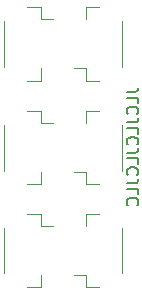
<source format=gbr>
%TF.GenerationSoftware,KiCad,Pcbnew,(5.1.9-0-10_14)*%
%TF.CreationDate,2022-01-13T23:21:40+01:00*%
%TF.ProjectId,tinypico_shield,74696e79-7069-4636-9f5f-736869656c64,rev?*%
%TF.SameCoordinates,Original*%
%TF.FileFunction,Legend,Bot*%
%TF.FilePolarity,Positive*%
%FSLAX46Y46*%
G04 Gerber Fmt 4.6, Leading zero omitted, Abs format (unit mm)*
G04 Created by KiCad (PCBNEW (5.1.9-0-10_14)) date 2022-01-13 23:21:40*
%MOMM*%
%LPD*%
G01*
G04 APERTURE LIST*
%ADD10C,0.150000*%
%ADD11C,0.120000*%
G04 APERTURE END LIST*
D10*
X14352380Y-14580952D02*
X15066666Y-14580952D01*
X15209523Y-14533333D01*
X15304761Y-14438095D01*
X15352380Y-14295238D01*
X15352380Y-14200000D01*
X15352380Y-15533333D02*
X15352380Y-15057142D01*
X14352380Y-15057142D01*
X15257142Y-16438095D02*
X15304761Y-16390476D01*
X15352380Y-16247619D01*
X15352380Y-16152380D01*
X15304761Y-16009523D01*
X15209523Y-15914285D01*
X15114285Y-15866666D01*
X14923809Y-15819047D01*
X14780952Y-15819047D01*
X14590476Y-15866666D01*
X14495238Y-15914285D01*
X14400000Y-16009523D01*
X14352380Y-16152380D01*
X14352380Y-16247619D01*
X14400000Y-16390476D01*
X14447619Y-16438095D01*
X14352380Y-17152380D02*
X15066666Y-17152380D01*
X15209523Y-17104761D01*
X15304761Y-17009523D01*
X15352380Y-16866666D01*
X15352380Y-16771428D01*
X15352380Y-18104761D02*
X15352380Y-17628571D01*
X14352380Y-17628571D01*
X15257142Y-19009523D02*
X15304761Y-18961904D01*
X15352380Y-18819047D01*
X15352380Y-18723809D01*
X15304761Y-18580952D01*
X15209523Y-18485714D01*
X15114285Y-18438095D01*
X14923809Y-18390476D01*
X14780952Y-18390476D01*
X14590476Y-18438095D01*
X14495238Y-18485714D01*
X14400000Y-18580952D01*
X14352380Y-18723809D01*
X14352380Y-18819047D01*
X14400000Y-18961904D01*
X14447619Y-19009523D01*
X14352380Y-19723809D02*
X15066666Y-19723809D01*
X15209523Y-19676190D01*
X15304761Y-19580952D01*
X15352380Y-19438095D01*
X15352380Y-19342857D01*
X15352380Y-20676190D02*
X15352380Y-20200000D01*
X14352380Y-20200000D01*
X15257142Y-21580952D02*
X15304761Y-21533333D01*
X15352380Y-21390476D01*
X15352380Y-21295238D01*
X15304761Y-21152380D01*
X15209523Y-21057142D01*
X15114285Y-21009523D01*
X14923809Y-20961904D01*
X14780952Y-20961904D01*
X14590476Y-21009523D01*
X14495238Y-21057142D01*
X14400000Y-21152380D01*
X14352380Y-21295238D01*
X14352380Y-21390476D01*
X14400000Y-21533333D01*
X14447619Y-21580952D01*
X14352380Y-22295238D02*
X15066666Y-22295238D01*
X15209523Y-22247619D01*
X15304761Y-22152380D01*
X15352380Y-22009523D01*
X15352380Y-21914285D01*
X15352380Y-23247619D02*
X15352380Y-22771428D01*
X14352380Y-22771428D01*
X15257142Y-24152380D02*
X15304761Y-24104761D01*
X15352380Y-23961904D01*
X15352380Y-23866666D01*
X15304761Y-23723809D01*
X15209523Y-23628571D01*
X15114285Y-23580952D01*
X14923809Y-23533333D01*
X14780952Y-23533333D01*
X14590476Y-23580952D01*
X14495238Y-23628571D01*
X14400000Y-23723809D01*
X14352380Y-23866666D01*
X14352380Y-23961904D01*
X14400000Y-24104761D01*
X14447619Y-24152380D01*
D11*
%TO.C,J6*%
X3990000Y-26060000D02*
X3990000Y-29940000D01*
X7110000Y-31110000D02*
X7110000Y-30060000D01*
X5960000Y-31110000D02*
X7110000Y-31110000D01*
X7110000Y-25940000D02*
X8100000Y-25940000D01*
X7110000Y-24890000D02*
X7110000Y-25940000D01*
X5960000Y-24890000D02*
X7110000Y-24890000D01*
%TO.C,J5*%
X14010000Y-29940000D02*
X14010000Y-26060000D01*
X10890000Y-24890000D02*
X10890000Y-25940000D01*
X12040000Y-24890000D02*
X10890000Y-24890000D01*
X10890000Y-30060000D02*
X9900000Y-30060000D01*
X10890000Y-31110000D02*
X10890000Y-30060000D01*
X12040000Y-31110000D02*
X10890000Y-31110000D01*
%TO.C,J4*%
X3990000Y-17360000D02*
X3990000Y-21240000D01*
X7110000Y-22410000D02*
X7110000Y-21360000D01*
X5960000Y-22410000D02*
X7110000Y-22410000D01*
X7110000Y-17240000D02*
X8100000Y-17240000D01*
X7110000Y-16190000D02*
X7110000Y-17240000D01*
X5960000Y-16190000D02*
X7110000Y-16190000D01*
%TO.C,J3*%
X14010000Y-21240000D02*
X14010000Y-17360000D01*
X10890000Y-16190000D02*
X10890000Y-17240000D01*
X12040000Y-16190000D02*
X10890000Y-16190000D01*
X10890000Y-21360000D02*
X9900000Y-21360000D01*
X10890000Y-22410000D02*
X10890000Y-21360000D01*
X12040000Y-22410000D02*
X10890000Y-22410000D01*
%TO.C,J2*%
X14010000Y-12440000D02*
X14010000Y-8560000D01*
X10890000Y-7390000D02*
X10890000Y-8440000D01*
X12040000Y-7390000D02*
X10890000Y-7390000D01*
X10890000Y-12560000D02*
X9900000Y-12560000D01*
X10890000Y-13610000D02*
X10890000Y-12560000D01*
X12040000Y-13610000D02*
X10890000Y-13610000D01*
%TO.C,J1*%
X3990000Y-8560000D02*
X3990000Y-12440000D01*
X7110000Y-13610000D02*
X7110000Y-12560000D01*
X5960000Y-13610000D02*
X7110000Y-13610000D01*
X7110000Y-8440000D02*
X8100000Y-8440000D01*
X7110000Y-7390000D02*
X7110000Y-8440000D01*
X5960000Y-7390000D02*
X7110000Y-7390000D01*
%TD*%
M02*

</source>
